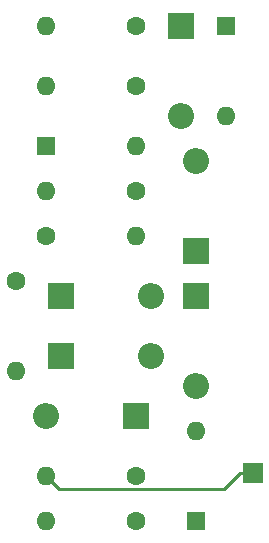
<source format=gbr>
G04 #@! TF.GenerationSoftware,KiCad,Pcbnew,(5.0.1)-3*
G04 #@! TF.CreationDate,2018-11-23T20:39:56-05:00*
G04 #@! TF.ProjectId,OdysseyDaughterCardGateMatrix,4F647973736579446175676874657243,1.0*
G04 #@! TF.SameCoordinates,Original*
G04 #@! TF.FileFunction,Copper,L1,Top,Signal*
G04 #@! TF.FilePolarity,Positive*
%FSLAX46Y46*%
G04 Gerber Fmt 4.6, Leading zero omitted, Abs format (unit mm)*
G04 Created by KiCad (PCBNEW (5.0.1)-3) date 11/23/2018 8:39:56 PM*
%MOMM*%
%LPD*%
G01*
G04 APERTURE LIST*
G04 #@! TA.AperFunction,ComponentPad*
%ADD10R,2.200000X2.200000*%
G04 #@! TD*
G04 #@! TA.AperFunction,ComponentPad*
%ADD11O,2.200000X2.200000*%
G04 #@! TD*
G04 #@! TA.AperFunction,ComponentPad*
%ADD12R,1.600000X1.600000*%
G04 #@! TD*
G04 #@! TA.AperFunction,ComponentPad*
%ADD13O,1.600000X1.600000*%
G04 #@! TD*
G04 #@! TA.AperFunction,ComponentPad*
%ADD14C,1.600000*%
G04 #@! TD*
G04 #@! TA.AperFunction,ComponentPad*
%ADD15R,1.700000X1.700000*%
G04 #@! TD*
G04 #@! TA.AperFunction,Conductor*
%ADD16C,0.250000*%
G04 #@! TD*
G04 APERTURE END LIST*
D10*
G04 #@! TO.P,D1,1*
G04 #@! TO.N,Net-(D1-Pad1)*
X147320000Y-113030000D03*
D11*
G04 #@! TO.P,D1,2*
G04 #@! TO.N,/Card3*
X139700000Y-113030000D03*
G04 #@! TD*
G04 #@! TO.P,D2,2*
G04 #@! TO.N,/Card7*
X151130000Y-87630000D03*
D10*
G04 #@! TO.P,D2,1*
G04 #@! TO.N,Net-(D2-Pad1)*
X151130000Y-80010000D03*
G04 #@! TD*
D12*
G04 #@! TO.P,D3,1*
G04 #@! TO.N,Net-(D3-Pad1)*
X152400000Y-121920000D03*
D13*
G04 #@! TO.P,D3,2*
G04 #@! TO.N,/Card3*
X152400000Y-114300000D03*
G04 #@! TD*
G04 #@! TO.P,D4,2*
G04 #@! TO.N,/Card7*
X154940000Y-87630000D03*
D12*
G04 #@! TO.P,D4,1*
G04 #@! TO.N,Net-(D4-Pad1)*
X154940000Y-80010000D03*
G04 #@! TD*
D10*
G04 #@! TO.P,D5,1*
G04 #@! TO.N,/Card4*
X140970000Y-107950000D03*
D11*
G04 #@! TO.P,D5,2*
G04 #@! TO.N,Net-(D5-Pad2)*
X148590000Y-107950000D03*
G04 #@! TD*
D10*
G04 #@! TO.P,D6,1*
G04 #@! TO.N,/Card4*
X152400000Y-99060000D03*
D11*
G04 #@! TO.P,D6,2*
G04 #@! TO.N,/Card7*
X152400000Y-91440000D03*
G04 #@! TD*
G04 #@! TO.P,D7,2*
G04 #@! TO.N,/Card3*
X152400000Y-110490000D03*
D10*
G04 #@! TO.P,D7,1*
G04 #@! TO.N,/Card4*
X152400000Y-102870000D03*
G04 #@! TD*
D12*
G04 #@! TO.P,D8,1*
G04 #@! TO.N,/Card8*
X139700000Y-90170000D03*
D13*
G04 #@! TO.P,D8,2*
G04 #@! TO.N,Net-(D5-Pad2)*
X147320000Y-90170000D03*
G04 #@! TD*
D11*
G04 #@! TO.P,D9,2*
G04 #@! TO.N,Net-(D5-Pad2)*
X148590000Y-102870000D03*
D10*
G04 #@! TO.P,D9,1*
G04 #@! TO.N,/Card5*
X140970000Y-102870000D03*
G04 #@! TD*
D13*
G04 #@! TO.P,R1,2*
G04 #@! TO.N,/Card1*
X139700000Y-121920000D03*
D14*
G04 #@! TO.P,R1,1*
G04 #@! TO.N,Net-(D1-Pad1)*
X147320000Y-121920000D03*
G04 #@! TD*
G04 #@! TO.P,R2,1*
G04 #@! TO.N,Net-(D2-Pad1)*
X147320000Y-85090000D03*
D13*
G04 #@! TO.P,R2,2*
G04 #@! TO.N,/Card9*
X139700000Y-85090000D03*
G04 #@! TD*
G04 #@! TO.P,R3,2*
G04 #@! TO.N,/Card2*
X139700000Y-118110000D03*
D14*
G04 #@! TO.P,R3,1*
G04 #@! TO.N,Net-(D3-Pad1)*
X147320000Y-118110000D03*
G04 #@! TD*
D13*
G04 #@! TO.P,R4,2*
G04 #@! TO.N,/Card10*
X139700000Y-80010000D03*
D14*
G04 #@! TO.P,R4,1*
G04 #@! TO.N,Net-(D4-Pad1)*
X147320000Y-80010000D03*
G04 #@! TD*
G04 #@! TO.P,R5,1*
G04 #@! TO.N,/Card6*
X139700000Y-97790000D03*
D13*
G04 #@! TO.P,R5,2*
G04 #@! TO.N,Net-(D5-Pad2)*
X147320000Y-97790000D03*
G04 #@! TD*
D14*
G04 #@! TO.P,R6,1*
G04 #@! TO.N,/Card6*
X147320000Y-93980000D03*
D13*
G04 #@! TO.P,R6,2*
G04 #@! TO.N,/Card7*
X139700000Y-93980000D03*
G04 #@! TD*
G04 #@! TO.P,R7,2*
G04 #@! TO.N,/Card3*
X137160000Y-109220000D03*
D14*
G04 #@! TO.P,R7,1*
G04 #@! TO.N,/Card6*
X137160000Y-101600000D03*
G04 #@! TD*
D15*
G04 #@! TO.P,J1,1*
G04 #@! TO.N,/Card2*
X157226000Y-117856000D03*
G04 #@! TD*
D16*
G04 #@! TO.N,/Card2*
X140499999Y-118909999D02*
X139700000Y-118110000D01*
X140825001Y-119235001D02*
X140499999Y-118909999D01*
X154746999Y-119235001D02*
X140825001Y-119235001D01*
X156126000Y-117856000D02*
X154746999Y-119235001D01*
X157226000Y-117856000D02*
X156126000Y-117856000D01*
G04 #@! TD*
M02*

</source>
